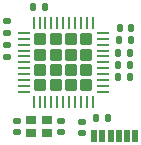
<source format=gbr>
%TF.GenerationSoftware,KiCad,Pcbnew,7.0.6*%
%TF.CreationDate,2024-02-16T19:59:29+01:00*%
%TF.ProjectId,minitari,6d696e69-7461-4726-992e-6b696361645f,rev?*%
%TF.SameCoordinates,Original*%
%TF.FileFunction,Paste,Bot*%
%TF.FilePolarity,Positive*%
%FSLAX46Y46*%
G04 Gerber Fmt 4.6, Leading zero omitted, Abs format (unit mm)*
G04 Created by KiCad (PCBNEW 7.0.6) date 2024-02-16 19:59:29*
%MOMM*%
%LPD*%
G01*
G04 APERTURE LIST*
G04 Aperture macros list*
%AMRoundRect*
0 Rectangle with rounded corners*
0 $1 Rounding radius*
0 $2 $3 $4 $5 $6 $7 $8 $9 X,Y pos of 4 corners*
0 Add a 4 corners polygon primitive as box body*
4,1,4,$2,$3,$4,$5,$6,$7,$8,$9,$2,$3,0*
0 Add four circle primitives for the rounded corners*
1,1,$1+$1,$2,$3*
1,1,$1+$1,$4,$5*
1,1,$1+$1,$6,$7*
1,1,$1+$1,$8,$9*
0 Add four rect primitives between the rounded corners*
20,1,$1+$1,$2,$3,$4,$5,0*
20,1,$1+$1,$4,$5,$6,$7,0*
20,1,$1+$1,$6,$7,$8,$9,0*
20,1,$1+$1,$8,$9,$2,$3,0*%
G04 Aperture macros list end*
%ADD10RoundRect,0.135000X0.185000X-0.135000X0.185000X0.135000X-0.185000X0.135000X-0.185000X-0.135000X0*%
%ADD11RoundRect,0.140000X-0.140000X-0.170000X0.140000X-0.170000X0.140000X0.170000X-0.140000X0.170000X0*%
%ADD12RoundRect,0.135000X-0.135000X-0.185000X0.135000X-0.185000X0.135000X0.185000X-0.135000X0.185000X0*%
%ADD13RoundRect,0.140000X0.140000X0.170000X-0.140000X0.170000X-0.140000X-0.170000X0.140000X-0.170000X0*%
%ADD14RoundRect,0.135000X-0.185000X0.135000X-0.185000X-0.135000X0.185000X-0.135000X0.185000X0.135000X0*%
%ADD15RoundRect,0.135000X0.135000X0.185000X-0.135000X0.185000X-0.135000X-0.185000X0.135000X-0.185000X0*%
%ADD16RoundRect,0.250000X0.275000X0.275000X-0.275000X0.275000X-0.275000X-0.275000X0.275000X-0.275000X0*%
%ADD17RoundRect,0.062500X0.475000X0.062500X-0.475000X0.062500X-0.475000X-0.062500X0.475000X-0.062500X0*%
%ADD18RoundRect,0.062500X0.062500X0.475000X-0.062500X0.475000X-0.062500X-0.475000X0.062500X-0.475000X0*%
%ADD19RoundRect,0.140000X-0.170000X0.140000X-0.170000X-0.140000X0.170000X-0.140000X0.170000X0.140000X0*%
%ADD20RoundRect,0.140000X0.170000X-0.140000X0.170000X0.140000X-0.170000X0.140000X-0.170000X-0.140000X0*%
%ADD21R,0.500000X1.000000*%
%ADD22R,0.900000X0.800000*%
G04 APERTURE END LIST*
D10*
%TO.C,R4*%
X114600000Y-68910000D03*
X114600000Y-67890000D03*
%TD*%
D11*
%TO.C,C4*%
X116820000Y-66700000D03*
X117780000Y-66700000D03*
%TD*%
D12*
%TO.C,R2*%
X124090000Y-69500000D03*
X125110000Y-69500000D03*
%TD*%
D13*
%TO.C,C3*%
X124980000Y-71600000D03*
X124020000Y-71600000D03*
%TD*%
%TO.C,C7*%
X124980000Y-72600000D03*
X124020000Y-72600000D03*
%TD*%
D11*
%TO.C,C6*%
X124120000Y-68500000D03*
X125080000Y-68500000D03*
%TD*%
D14*
%TO.C,R5*%
X114600000Y-69890000D03*
X114600000Y-70910000D03*
%TD*%
D15*
%TO.C,R1*%
X125010000Y-70600000D03*
X123990000Y-70600000D03*
%TD*%
D16*
%TO.C,U1*%
X121292976Y-73350000D03*
X121292976Y-72050000D03*
X121292976Y-70750000D03*
X121292976Y-69450000D03*
X119992976Y-73350000D03*
X119992976Y-72050000D03*
X119992976Y-70750000D03*
X119992976Y-69450000D03*
X118692976Y-73350000D03*
X118692976Y-72050000D03*
X118692976Y-70750000D03*
X118692976Y-69450000D03*
X117392976Y-73350000D03*
X117392976Y-72050000D03*
X117392976Y-70750000D03*
X117392976Y-69450000D03*
D17*
X122680476Y-68900000D03*
X122680476Y-69400000D03*
X122680476Y-69900000D03*
X122680476Y-70400000D03*
X122680476Y-70900000D03*
X122680476Y-71400000D03*
X122680476Y-71900000D03*
X122680476Y-72400000D03*
X122680476Y-72900000D03*
X122680476Y-73400000D03*
X122680476Y-73900000D03*
D18*
X121842976Y-74737500D03*
X121342976Y-74737500D03*
X120842976Y-74737500D03*
X120342976Y-74737500D03*
X119842976Y-74737500D03*
X119342976Y-74737500D03*
X118842976Y-74737500D03*
X118342976Y-74737500D03*
X117842976Y-74737500D03*
X117342976Y-74737500D03*
X116842976Y-74737500D03*
D17*
X116005476Y-73900000D03*
X116005476Y-73400000D03*
X116005476Y-72900000D03*
X116005476Y-72400000D03*
X116005476Y-71900000D03*
X116005476Y-71400000D03*
X116005476Y-70900000D03*
X116005476Y-70400000D03*
X116005476Y-69900000D03*
X116005476Y-69400000D03*
X116005476Y-68900000D03*
D18*
X116842976Y-68062500D03*
X117342976Y-68062500D03*
X117842976Y-68062500D03*
X118342976Y-68062500D03*
X118842976Y-68062500D03*
X119342976Y-68062500D03*
X119842976Y-68062500D03*
X120342976Y-68062500D03*
X120842976Y-68062500D03*
X121342976Y-68062500D03*
X121842976Y-68062500D03*
%TD*%
D19*
%TO.C,C2*%
X119200000Y-76320000D03*
X119200000Y-77280000D03*
%TD*%
D20*
%TO.C,C1*%
X115400000Y-77280000D03*
X115400000Y-76320000D03*
%TD*%
%TO.C,C8*%
X120900000Y-77380000D03*
X120900000Y-76420000D03*
%TD*%
D21*
%TO.C,J2*%
X125450000Y-77600000D03*
X124050000Y-77600000D03*
X124750000Y-77600000D03*
X122650000Y-77600000D03*
X123350000Y-77600000D03*
X121950000Y-77600000D03*
%TD*%
D22*
%TO.C,Y1*%
X118000000Y-77400000D03*
X116600000Y-77400000D03*
X116600000Y-76300000D03*
X118000000Y-76300000D03*
%TD*%
D15*
%TO.C,R3*%
X123110000Y-76100000D03*
X122090000Y-76100000D03*
%TD*%
M02*

</source>
